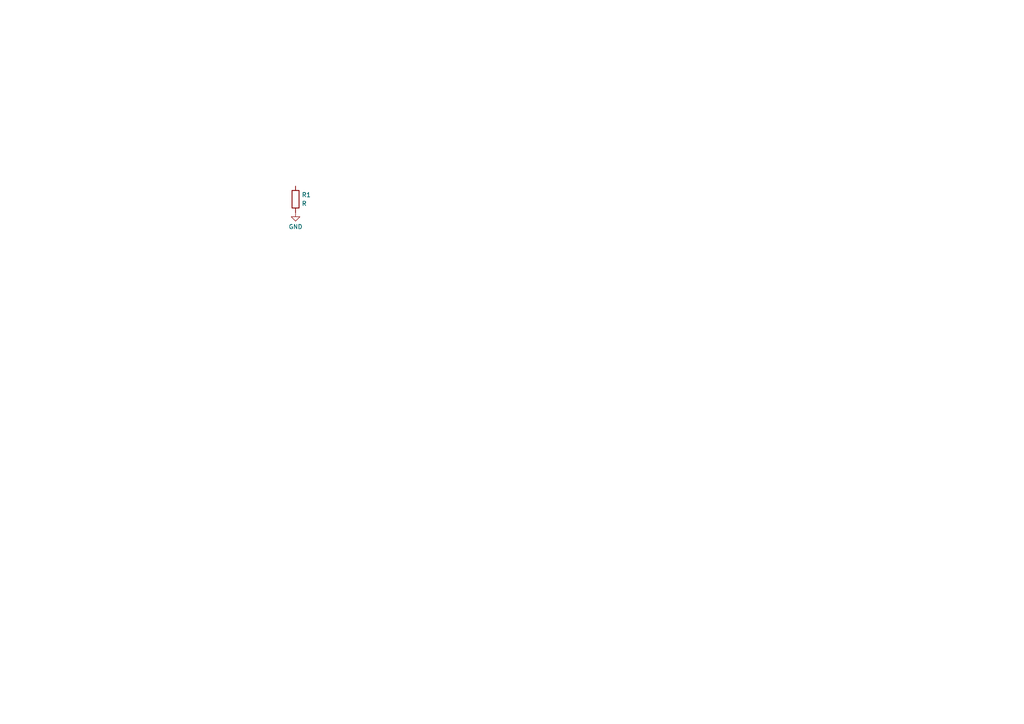
<source format=kicad_sch>
(kicad_sch (version 20250114) (generator "eeschema") (generator_version "9.0")
  (paper "A4")
  (lib_symbols
    (symbol "Device:R" (pin_numbers (hide yes)) (pin_names (offset 0))
      (property "Reference" "R" (at 2.032 0 90))
      (property "Value" "R" (at 0 0 90))
      (symbol "R_0_1"
        (rectangle (start -1.016 -2.54) (end 1.016 2.54) (stroke (width 0.254)))
      )
      (symbol "R_1_1"
        (pin passive line (at 0 3.81 270) (length 1.27) (name "~") (number "1"))
        (pin passive line (at 0 -3.81 90) (length 1.27) (name "~") (number "2"))
      )
    )
    (symbol "power:GND" (power) (pin_numbers (hide yes)) (pin_names (offset 0) (hide yes))
      (property "Value" "GND" (at 0 -3.81 0))
      (symbol "GND_0_1"
        (polyline (pts (xy 0 0) (xy 0 -1.27) (xy 1.27 -1.27) (xy 0 -2.54) (xy -1.27 -1.27) (xy 0 -1.27)))
      )
      (symbol "GND_1_1"
        (pin power_in line (at 0 0 270) (length 0) (name "~") (number "1"))
      )
    )
  )
  (symbol (lib_id "Device:R") (at 85.725 57.785 0) (unit 1)
    (property "Reference" "R1" (at 87.503 56.525 0) (effects (justify left)))
    (property "Value" "R" (at 87.503 59.045 0) (effects (justify left)))
    (property "Footprint" "Resistor_SMD:R_0201_0603Metric" (effects (hide yes)))
    (property "Description" "Resistor" (effects (hide yes)))
  )
  (symbol (lib_id "power:GND") (at 85.725 61.595 0) (unit 1)
    (property "Reference" "#PWR01" (effects (hide yes)))
    (property "Value" "GND" (at 85.725 65.776 0))
    (property "Description" "Power symbol creates a global label with name \"GND\" , ground" (effects (hide yes)))
  )
)
</source>
